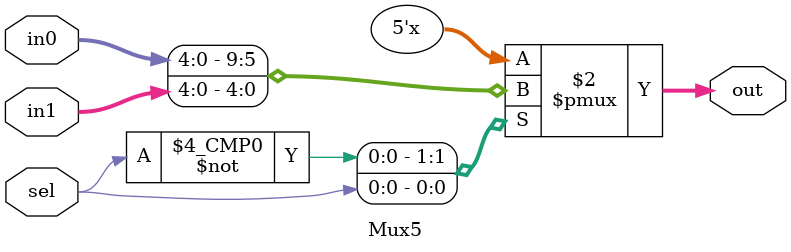
<source format=v>

module Mux5 (sel, in0, in1, out);
	input sel;			// Selector For Which Output
	input [4:0] in0;	// First Potential Output
	input [4:0] in1;	// Second Potential Output
	output [4:0] out;	// Calculated Output

	reg [4:0] out;

	always @(sel or in0 or in1)
	begin
		case (sel)
			0: out <= in0;
			1: out <= in1;			
			default: out <= 0; 	// This should never happen
		endcase
	end
endmodule
</source>
